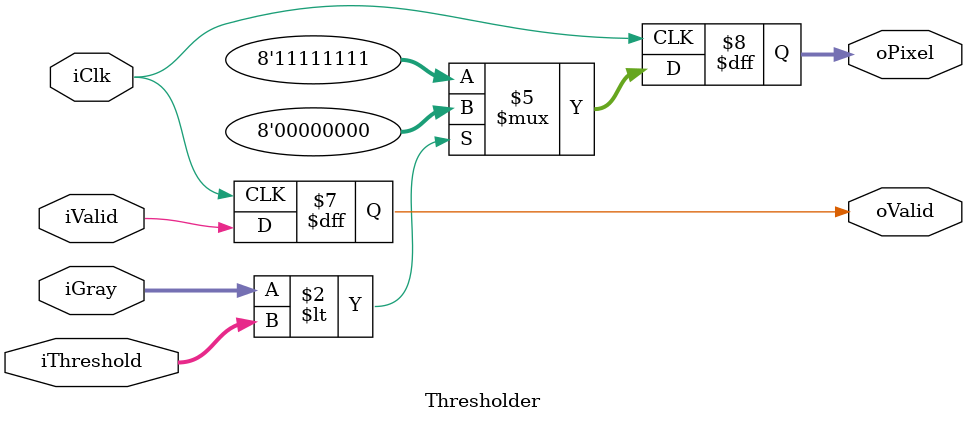
<source format=v>
module Thresholder (
	input iClk, 
	input [7:0] iGray,
	input iValid,
	input [7:0] iThreshold, 
	output reg [7:0] oPixel,
	output reg oValid);
	
always @(posedge iClk) begin
	if (iGray < iThreshold) begin
		oPixel <= 0;
	end else begin
		oPixel <= 255;
	end
end

always @(posedge iClk) begin
	oValid <= iValid;
end
endmodule

</source>
